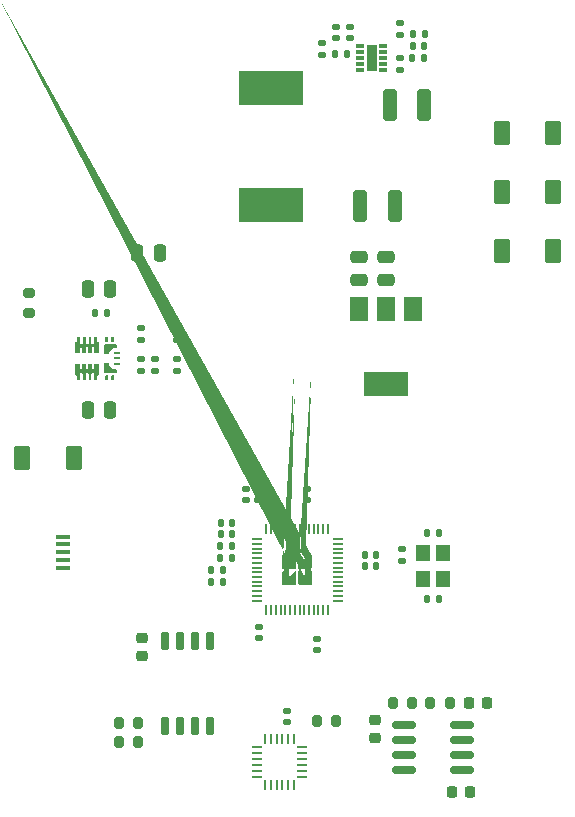
<source format=gtp>
%TF.GenerationSoftware,KiCad,Pcbnew,7.0.9*%
%TF.CreationDate,2025-04-01T16:19:29-06:00*%
%TF.ProjectId,Power_Supply_Brain,506f7765-725f-4537-9570-706c795f4272,rev?*%
%TF.SameCoordinates,Original*%
%TF.FileFunction,Paste,Top*%
%TF.FilePolarity,Positive*%
%FSLAX46Y46*%
G04 Gerber Fmt 4.6, Leading zero omitted, Abs format (unit mm)*
G04 Created by KiCad (PCBNEW 7.0.9) date 2025-04-01 16:19:29*
%MOMM*%
%LPD*%
G01*
G04 APERTURE LIST*
G04 Aperture macros list*
%AMRoundRect*
0 Rectangle with rounded corners*
0 $1 Rounding radius*
0 $2 $3 $4 $5 $6 $7 $8 $9 X,Y pos of 4 corners*
0 Add a 4 corners polygon primitive as box body*
4,1,4,$2,$3,$4,$5,$6,$7,$8,$9,$2,$3,0*
0 Add four circle primitives for the rounded corners*
1,1,$1+$1,$2,$3*
1,1,$1+$1,$4,$5*
1,1,$1+$1,$6,$7*
1,1,$1+$1,$8,$9*
0 Add four rect primitives between the rounded corners*
20,1,$1+$1,$2,$3,$4,$5,0*
20,1,$1+$1,$4,$5,$6,$7,0*
20,1,$1+$1,$6,$7,$8,$9,0*
20,1,$1+$1,$8,$9,$2,$3,0*%
%AMFreePoly0*
4,1,51,0.532219,0.614745,0.539696,0.609939,0.548497,0.608674,0.568109,0.591679,0.589937,0.577652,0.593629,0.569566,0.600348,0.563745,0.607658,0.538848,0.618438,0.515244,0.617172,0.506443,0.619677,0.497915,0.619677,-0.497915,0.614745,-0.532219,0.609939,-0.539696,0.608674,-0.548497,0.591679,-0.568109,0.577652,-0.589937,0.569566,-0.593629,0.563745,-0.600348,0.538848,-0.607658,
0.515244,-0.618438,0.506443,-0.617172,0.497915,-0.619677,-0.497915,-0.619677,-0.532219,-0.614745,-0.539696,-0.609939,-0.548497,-0.608674,-0.568109,-0.591679,-0.589937,-0.577652,-0.593629,-0.569566,-0.600348,-0.563745,-0.607658,-0.538848,-0.618438,-0.515244,-0.617172,-0.506443,-0.619677,-0.497915,-0.619677,0.397045,-0.616582,0.418565,-0.616895,0.422927,-0.615620,0.425261,-0.614745,0.431349,
-0.598456,0.456693,-0.584014,0.483144,-0.483144,0.584014,-0.465738,0.597042,-0.462875,0.600348,-0.460322,0.601097,-0.455399,0.604783,-0.425958,0.611187,-0.397045,0.619677,0.497915,0.619677,0.532219,0.614745,0.532219,0.614745,$1*%
%AMFreePoly1*
4,1,51,0.532219,0.614745,0.539696,0.609939,0.548497,0.608674,0.568109,0.591679,0.589937,0.577652,0.593629,0.569566,0.600348,0.563745,0.607658,0.538848,0.618438,0.515244,0.617172,0.506443,0.619677,0.497915,0.619677,-0.497915,0.614745,-0.532219,0.609939,-0.539696,0.608674,-0.548497,0.591679,-0.568109,0.577652,-0.589937,0.569566,-0.593629,0.563745,-0.600348,0.538848,-0.607658,
0.515244,-0.618438,0.506443,-0.617172,0.497915,-0.619677,-0.397045,-0.619677,-0.418564,-0.616583,-0.422927,-0.616895,-0.425261,-0.615620,-0.431349,-0.614745,-0.456693,-0.598456,-0.483144,-0.584014,-0.584014,-0.483144,-0.597044,-0.465737,-0.600348,-0.462875,-0.601097,-0.460323,-0.604783,-0.455400,-0.611187,-0.425956,-0.619677,-0.397045,-0.619677,0.497915,-0.614745,0.532219,-0.609939,0.539696,
-0.608674,0.548497,-0.591679,0.568109,-0.577652,0.589937,-0.569566,0.593629,-0.563745,0.600348,-0.538848,0.607658,-0.515244,0.618438,-0.506443,0.617172,-0.497915,0.619677,0.497915,0.619677,0.532219,0.614745,0.532219,0.614745,$1*%
%AMFreePoly2*
4,1,51,0.418565,0.616582,0.422927,0.616895,0.425261,0.615620,0.431349,0.614745,0.456693,0.598456,0.483144,0.584014,0.584014,0.483144,0.597042,0.465738,0.600348,0.462875,0.601097,0.460322,0.604783,0.455399,0.611187,0.425958,0.619677,0.397045,0.619677,-0.497915,0.614745,-0.532219,0.609939,-0.539696,0.608674,-0.548497,0.591679,-0.568109,0.577652,-0.589937,0.569566,-0.593629,
0.563745,-0.600348,0.538848,-0.607658,0.515244,-0.618438,0.506443,-0.617172,0.497915,-0.619677,-0.497915,-0.619677,-0.532219,-0.614745,-0.539696,-0.609939,-0.548497,-0.608674,-0.568109,-0.591679,-0.589937,-0.577652,-0.593629,-0.569566,-0.600348,-0.563745,-0.607658,-0.538848,-0.618438,-0.515244,-0.617172,-0.506443,-0.619677,-0.497915,-0.619677,0.497915,-0.614745,0.532219,-0.609939,0.539696,
-0.608674,0.548497,-0.591679,0.568109,-0.577652,0.589937,-0.569566,0.593629,-0.563745,0.600348,-0.538848,0.607658,-0.515244,0.618438,-0.506443,0.617172,-0.497915,0.619677,0.397045,0.619677,0.418565,0.616582,0.418565,0.616582,$1*%
%AMFreePoly3*
4,1,51,0.532219,0.614745,0.539696,0.609939,0.548497,0.608674,0.568109,0.591679,0.589937,0.577652,0.593629,0.569566,0.600348,0.563745,0.607658,0.538848,0.618438,0.515244,0.617172,0.506443,0.619677,0.497915,0.619677,-0.397045,0.616583,-0.418564,0.616895,-0.422927,0.615620,-0.425261,0.614745,-0.431349,0.598456,-0.456693,0.584014,-0.483144,0.483144,-0.584014,0.465737,-0.597044,
0.462875,-0.600348,0.460323,-0.601097,0.455400,-0.604783,0.425956,-0.611187,0.397045,-0.619677,-0.497915,-0.619677,-0.532219,-0.614745,-0.539696,-0.609939,-0.548497,-0.608674,-0.568109,-0.591679,-0.589937,-0.577652,-0.593629,-0.569566,-0.600348,-0.563745,-0.607658,-0.538848,-0.618438,-0.515244,-0.617172,-0.506443,-0.619677,-0.497915,-0.619677,0.497915,-0.614745,0.532219,-0.609939,0.539696,
-0.608674,0.548497,-0.591679,0.568109,-0.577652,0.589937,-0.569566,0.593629,-0.563745,0.600348,-0.538848,0.607658,-0.515244,0.618438,-0.506443,0.617172,-0.497915,0.619677,0.497915,0.619677,0.532219,0.614745,0.532219,0.614745,$1*%
G04 Aperture macros list end*
%ADD10RoundRect,0.140000X0.170000X-0.140000X0.170000X0.140000X-0.170000X0.140000X-0.170000X-0.140000X0*%
%ADD11RoundRect,0.140000X0.140000X0.170000X-0.140000X0.170000X-0.140000X-0.170000X0.140000X-0.170000X0*%
%ADD12RoundRect,0.250000X-0.250000X-0.475000X0.250000X-0.475000X0.250000X0.475000X-0.250000X0.475000X0*%
%ADD13FreePoly0,90.000000*%
%ADD14FreePoly1,90.000000*%
%ADD15FreePoly2,90.000000*%
%ADD16FreePoly3,90.000000*%
%ADD17RoundRect,0.050000X0.050000X-0.387500X0.050000X0.387500X-0.050000X0.387500X-0.050000X-0.387500X0*%
%ADD18RoundRect,0.050000X0.387500X-0.050000X0.387500X0.050000X-0.387500X0.050000X-0.387500X-0.050000X0*%
%ADD19RoundRect,0.250000X0.250000X0.475000X-0.250000X0.475000X-0.250000X-0.475000X0.250000X-0.475000X0*%
%ADD20RoundRect,0.135000X0.185000X-0.135000X0.185000X0.135000X-0.185000X0.135000X-0.185000X-0.135000X0*%
%ADD21RoundRect,0.225000X-0.250000X0.225000X-0.250000X-0.225000X0.250000X-0.225000X0.250000X0.225000X0*%
%ADD22RoundRect,0.150000X0.150000X-0.650000X0.150000X0.650000X-0.150000X0.650000X-0.150000X-0.650000X0*%
%ADD23RoundRect,0.225000X0.250000X-0.225000X0.250000X0.225000X-0.250000X0.225000X-0.250000X-0.225000X0*%
%ADD24RoundRect,0.135000X-0.135000X-0.185000X0.135000X-0.185000X0.135000X0.185000X-0.135000X0.185000X0*%
%ADD25RoundRect,0.200000X0.200000X0.275000X-0.200000X0.275000X-0.200000X-0.275000X0.200000X-0.275000X0*%
%ADD26RoundRect,0.250000X0.475000X-0.250000X0.475000X0.250000X-0.475000X0.250000X-0.475000X-0.250000X0*%
%ADD27R,1.500000X2.000000*%
%ADD28R,3.800000X2.000000*%
%ADD29RoundRect,0.250000X-0.450000X-0.800000X0.450000X-0.800000X0.450000X0.800000X-0.450000X0.800000X0*%
%ADD30RoundRect,0.135000X0.135000X0.185000X-0.135000X0.185000X-0.135000X-0.185000X0.135000X-0.185000X0*%
%ADD31RoundRect,0.200000X-0.200000X-0.275000X0.200000X-0.275000X0.200000X0.275000X-0.200000X0.275000X0*%
%ADD32R,1.300000X0.450000*%
%ADD33RoundRect,0.140000X-0.140000X-0.170000X0.140000X-0.170000X0.140000X0.170000X-0.140000X0.170000X0*%
%ADD34R,1.200000X1.400000*%
%ADD35RoundRect,0.135000X-0.185000X0.135000X-0.185000X-0.135000X0.185000X-0.135000X0.185000X0.135000X0*%
%ADD36R,5.400000X2.900000*%
%ADD37RoundRect,0.250000X-0.325000X-1.100000X0.325000X-1.100000X0.325000X1.100000X-0.325000X1.100000X0*%
%ADD38RoundRect,0.200000X0.275000X-0.200000X0.275000X0.200000X-0.275000X0.200000X-0.275000X-0.200000X0*%
%ADD39RoundRect,0.250000X0.325000X1.100000X-0.325000X1.100000X-0.325000X-1.100000X0.325000X-1.100000X0*%
%ADD40RoundRect,0.140000X-0.170000X0.140000X-0.170000X-0.140000X0.170000X-0.140000X0.170000X0.140000X0*%
%ADD41RoundRect,0.225000X0.225000X0.250000X-0.225000X0.250000X-0.225000X-0.250000X0.225000X-0.250000X0*%
%ADD42RoundRect,0.150000X-0.825000X-0.150000X0.825000X-0.150000X0.825000X0.150000X-0.825000X0.150000X0*%
%ADD43RoundRect,0.062500X-0.375000X-0.062500X0.375000X-0.062500X0.375000X0.062500X-0.375000X0.062500X0*%
%ADD44RoundRect,0.062500X-0.062500X-0.375000X0.062500X-0.375000X0.062500X0.375000X-0.062500X0.375000X0*%
%ADD45R,0.599999X0.220000*%
%ADD46RoundRect,0.225000X-0.225000X-0.250000X0.225000X-0.250000X0.225000X0.250000X-0.225000X0.250000X0*%
%ADD47RoundRect,0.045000X0.305000X0.105000X-0.305000X0.105000X-0.305000X-0.105000X0.305000X-0.105000X0*%
%ADD48RoundRect,0.008000X0.392000X1.032000X-0.392000X1.032000X-0.392000X-1.032000X0.392000X-1.032000X0*%
G04 APERTURE END LIST*
%TO.C,U3*%
G36*
X130000001Y-91300001D02*
G01*
X130000001Y-91650000D01*
X129950001Y-91700000D01*
X129800001Y-91700000D01*
X129750001Y-91650000D01*
X129750001Y-91300001D01*
X129800001Y-91250001D01*
X129950001Y-91250001D01*
X130000001Y-91300001D01*
G37*
G36*
X129499999Y-91300001D02*
G01*
X129499999Y-91650000D01*
X129449999Y-91700000D01*
X129299999Y-91700000D01*
X129250000Y-91650000D01*
X129250000Y-91300001D01*
X129299999Y-91250001D01*
X129449999Y-91250001D01*
X129499999Y-91300001D01*
G37*
G36*
X130000001Y-94550000D02*
G01*
X130000001Y-94899999D01*
X129950001Y-94949999D01*
X129800001Y-94949999D01*
X129750001Y-94899999D01*
X129750001Y-94550000D01*
X129800001Y-94500000D01*
X129950001Y-94500000D01*
X130000001Y-94550000D01*
G37*
G36*
X129499999Y-94550000D02*
G01*
X129499999Y-94899999D01*
X129449999Y-94949999D01*
X129299999Y-94949999D01*
X129250000Y-94899999D01*
X129250000Y-94550000D01*
X129299999Y-94500000D01*
X129449999Y-94500000D01*
X129499999Y-94550000D01*
G37*
G36*
X130214999Y-91950000D02*
G01*
X130214999Y-92149999D01*
X130164999Y-92200002D01*
X129970999Y-92199999D01*
X129934999Y-92215001D01*
X129575000Y-92575000D01*
X129559999Y-92611002D01*
X129559999Y-92700001D01*
X129509999Y-92750001D01*
X129210000Y-92750001D01*
X129160000Y-92700001D01*
X129160000Y-91950000D01*
X129210000Y-91900000D01*
X130164999Y-91900000D01*
X130214999Y-91950000D01*
G37*
G36*
X129559999Y-93499999D02*
G01*
X129559999Y-93588998D01*
X129575000Y-93625000D01*
X129934999Y-93984999D01*
X129970999Y-94000001D01*
X130164999Y-93999998D01*
X130214999Y-94050001D01*
X130214999Y-94250000D01*
X130165001Y-94300000D01*
X129210000Y-94300000D01*
X129160000Y-94250000D01*
X129160000Y-93499999D01*
X129210000Y-93449999D01*
X129509999Y-93449999D01*
X129559999Y-93499999D01*
G37*
G36*
X128584989Y-91300001D02*
G01*
X128585000Y-91650000D01*
X128634999Y-91700000D01*
X128700001Y-91700000D01*
X128749998Y-91750000D01*
X128750001Y-92589998D01*
X128700001Y-92640001D01*
X128360001Y-92640001D01*
X128310004Y-92590001D01*
X128309999Y-92219999D01*
X128260002Y-92169999D01*
X128159999Y-92169999D01*
X128109999Y-92219999D01*
X128109999Y-92590001D01*
X128059999Y-92640001D01*
X127860002Y-92639998D01*
X127810000Y-92590001D01*
X127810000Y-92219999D01*
X127760000Y-92169999D01*
X127660003Y-92169999D01*
X127610000Y-92219999D01*
X127610000Y-92589998D01*
X127560000Y-92640001D01*
X127360001Y-92640001D01*
X127310001Y-92590001D01*
X127309998Y-92219999D01*
X127260001Y-92169999D01*
X127160001Y-92169999D01*
X127110001Y-92219999D01*
X127110001Y-92590001D01*
X127059999Y-92640001D01*
X126720000Y-92640003D01*
X126670000Y-92590001D01*
X126670000Y-91750000D01*
X126720000Y-91700000D01*
X126785001Y-91700000D01*
X126835001Y-91650000D01*
X126835001Y-91300001D01*
X126885000Y-91250001D01*
X127035000Y-91250001D01*
X127085000Y-91300001D01*
X127085000Y-91800000D01*
X127135000Y-91850000D01*
X127285000Y-91850000D01*
X127335002Y-91800000D01*
X127335000Y-91300001D01*
X127384999Y-91250001D01*
X127534999Y-91250001D01*
X127585002Y-91300001D01*
X127585002Y-91800000D01*
X127634999Y-91850000D01*
X127785001Y-91850000D01*
X127835001Y-91800000D01*
X127835001Y-91300001D01*
X127885001Y-91250001D01*
X128035001Y-91250001D01*
X128085001Y-91300001D01*
X128085001Y-91800000D01*
X128135003Y-91850000D01*
X128285000Y-91850000D01*
X128335008Y-91800000D01*
X128335000Y-91300001D01*
X128384990Y-91250004D01*
X128535000Y-91249999D01*
X128584989Y-91300001D01*
G37*
G36*
X127059999Y-93559999D02*
G01*
X127109999Y-93609999D01*
X127110001Y-93980001D01*
X127160001Y-94030001D01*
X127260001Y-94030001D01*
X127309998Y-93980001D01*
X127310001Y-93609999D01*
X127360001Y-93559999D01*
X127560000Y-93559999D01*
X127610000Y-93609999D01*
X127610000Y-93980001D01*
X127660003Y-94030001D01*
X127760000Y-94030001D01*
X127810000Y-93980001D01*
X127810000Y-93609999D01*
X127860002Y-93560002D01*
X128059999Y-93559999D01*
X128109999Y-93609999D01*
X128109999Y-93980001D01*
X128159999Y-94030001D01*
X128260002Y-94030001D01*
X128309999Y-93980001D01*
X128310004Y-93609999D01*
X128360001Y-93559999D01*
X128700001Y-93559999D01*
X128750001Y-93610002D01*
X128749998Y-94450000D01*
X128700001Y-94500000D01*
X128634997Y-94500000D01*
X128585000Y-94550000D01*
X128584989Y-94899999D01*
X128535000Y-94950001D01*
X128384990Y-94949996D01*
X128335000Y-94899999D01*
X128335008Y-94400000D01*
X128285000Y-94350000D01*
X128135003Y-94350000D01*
X128085001Y-94400000D01*
X128085001Y-94899999D01*
X128035001Y-94949999D01*
X127885001Y-94949999D01*
X127835001Y-94899999D01*
X127835001Y-94400000D01*
X127784999Y-94350000D01*
X127634999Y-94350000D01*
X127585002Y-94400000D01*
X127585002Y-94899999D01*
X127534999Y-94949999D01*
X127384999Y-94949999D01*
X127335000Y-94899999D01*
X127335002Y-94400000D01*
X127285000Y-94350000D01*
X127135000Y-94350000D01*
X127085000Y-94400000D01*
X127085000Y-94899999D01*
X127035000Y-94949999D01*
X126885000Y-94949999D01*
X126835001Y-94899999D01*
X126835001Y-94550000D01*
X126785001Y-94500000D01*
X126720000Y-94500000D01*
X126670000Y-94450000D01*
X126670000Y-93609999D01*
X126720000Y-93559997D01*
X127059999Y-93559999D01*
G37*
%TD*%
D10*
%TO.C,C25*%
X144600000Y-123880000D03*
X144600000Y-122920000D03*
%TD*%
D11*
%TO.C,C14*%
X156260000Y-66650000D03*
X155300000Y-66650000D03*
%TD*%
D12*
%TO.C,C33*%
X127750000Y-97450000D03*
X129650000Y-97450000D03*
%TD*%
D11*
%TO.C,C18*%
X129380000Y-89250000D03*
X128420000Y-89250000D03*
%TD*%
D13*
%TO.C,U2*%
X144825000Y-111675000D03*
D14*
X146175000Y-111675000D03*
D15*
X144825000Y-110325000D03*
D16*
X146175000Y-110325000D03*
D17*
X142900000Y-114437500D03*
X143300000Y-114437500D03*
X143700000Y-114437500D03*
X144100000Y-114437500D03*
X144500000Y-114437500D03*
X144900000Y-114437500D03*
X145300000Y-114437500D03*
X145700000Y-114437500D03*
X146100000Y-114437500D03*
X146500000Y-114437500D03*
X146900000Y-114437500D03*
X147300000Y-114437500D03*
X147700000Y-114437500D03*
X148100000Y-114437500D03*
D18*
X148937500Y-113600000D03*
X148937500Y-113200000D03*
X148937500Y-112800000D03*
X148937500Y-112400000D03*
X148937500Y-112000000D03*
X148937500Y-111600000D03*
X148937500Y-111200000D03*
X148937500Y-110800000D03*
X148937500Y-110400000D03*
X148937500Y-110000000D03*
X148937500Y-109600000D03*
X148937500Y-109200000D03*
X148937500Y-108800000D03*
X148937500Y-108400000D03*
D17*
X148100000Y-107562500D03*
X147700000Y-107562500D03*
X147300000Y-107562500D03*
X146900000Y-107562500D03*
X146500000Y-107562500D03*
X146100000Y-107562500D03*
X145700000Y-107562500D03*
X145300000Y-107562500D03*
X144900000Y-107562500D03*
X144500000Y-107562500D03*
X144100000Y-107562500D03*
X143700000Y-107562500D03*
X143300000Y-107562500D03*
X142900000Y-107562500D03*
D18*
X142062500Y-108400000D03*
X142062500Y-108800000D03*
X142062500Y-109200000D03*
X142062500Y-109600000D03*
X142062500Y-110000000D03*
X142062500Y-110400000D03*
X142062500Y-110800000D03*
X142062500Y-111200000D03*
X142062500Y-111600000D03*
X142062500Y-112000000D03*
X142062500Y-112400000D03*
X142062500Y-112800000D03*
X142062500Y-113200000D03*
X142062500Y-113600000D03*
%TD*%
D19*
%TO.C,C15*%
X133850000Y-84200000D03*
X131950000Y-84200000D03*
%TD*%
D11*
%TO.C,C7*%
X139180000Y-111000000D03*
X138220000Y-111000000D03*
%TD*%
D10*
%TO.C,C3*%
X146325000Y-105105000D03*
X146325000Y-104145000D03*
%TD*%
D20*
%TO.C,R27*%
X154400000Y-110210000D03*
X154400000Y-109190000D03*
%TD*%
D21*
%TO.C,C19*%
X132400000Y-116725000D03*
X132400000Y-118275000D03*
%TD*%
D22*
%TO.C,U4*%
X134295000Y-124200000D03*
X135565000Y-124200000D03*
X136835000Y-124200000D03*
X138105000Y-124200000D03*
X138105000Y-117000000D03*
X136835000Y-117000000D03*
X135565000Y-117000000D03*
X134295000Y-117000000D03*
%TD*%
D20*
%TO.C,R35*%
X132300000Y-91560000D03*
X132300000Y-90540000D03*
%TD*%
D10*
%TO.C,C32*%
X133500000Y-94130000D03*
X133500000Y-93170000D03*
%TD*%
%TO.C,C1*%
X141200000Y-105080000D03*
X141200000Y-104120000D03*
%TD*%
D23*
%TO.C,C27*%
X152095000Y-125275000D03*
X152095000Y-123725000D03*
%TD*%
D24*
%TO.C,R15*%
X155190000Y-67700000D03*
X156210000Y-67700000D03*
%TD*%
D25*
%TO.C,R31*%
X148825000Y-123800000D03*
X147175000Y-123800000D03*
%TD*%
D20*
%TO.C,R14*%
X154200000Y-68710000D03*
X154200000Y-67690000D03*
%TD*%
D26*
%TO.C,C23*%
X153000000Y-86450000D03*
X153000000Y-84550000D03*
%TD*%
D27*
%TO.C,U5*%
X155300000Y-88950000D03*
X153000000Y-88950000D03*
D28*
X153000000Y-95250000D03*
D27*
X150700000Y-88950000D03*
%TD*%
D11*
%TO.C,C20*%
X157480000Y-113500000D03*
X156520000Y-113500000D03*
%TD*%
D29*
%TO.C,D3*%
X162800000Y-84000000D03*
X167200000Y-84000000D03*
%TD*%
D11*
%TO.C,C10*%
X139180000Y-112000000D03*
X138220000Y-112000000D03*
%TD*%
D30*
%TO.C,R13*%
X156310000Y-65600000D03*
X155290000Y-65600000D03*
%TD*%
D10*
%TO.C,C2*%
X142200000Y-105080000D03*
X142200000Y-104120000D03*
%TD*%
D31*
%TO.C,R24*%
X130375000Y-125600000D03*
X132025000Y-125600000D03*
%TD*%
D20*
%TO.C,R34*%
X132300000Y-94160000D03*
X132300000Y-93140000D03*
%TD*%
D32*
%TO.C,J3*%
X125700000Y-108200000D03*
X125700000Y-108850000D03*
X125700000Y-109500000D03*
X125700000Y-110150000D03*
X125700000Y-110800000D03*
%TD*%
D33*
%TO.C,C4*%
X151220000Y-110700000D03*
X152180000Y-110700000D03*
%TD*%
D30*
%TO.C,R21*%
X149710000Y-67300000D03*
X148690000Y-67300000D03*
%TD*%
D25*
%TO.C,R20*%
X155225000Y-122300000D03*
X153575000Y-122300000D03*
%TD*%
D34*
%TO.C,Y1*%
X157850000Y-111800000D03*
X157850000Y-109600000D03*
X156150000Y-109600000D03*
X156150000Y-111800000D03*
%TD*%
D35*
%TO.C,R32*%
X135300000Y-90540000D03*
X135300000Y-91560000D03*
%TD*%
%TO.C,R33*%
X135300000Y-93140000D03*
X135300000Y-94160000D03*
%TD*%
D33*
%TO.C,C21*%
X156520000Y-107900000D03*
X157480000Y-107900000D03*
%TD*%
D26*
%TO.C,C22*%
X150700000Y-86450000D03*
X150700000Y-84550000D03*
%TD*%
D24*
%TO.C,R5*%
X138990000Y-109000000D03*
X140010000Y-109000000D03*
%TD*%
D36*
%TO.C,L1*%
X143300000Y-70200000D03*
X143300000Y-80100000D03*
%TD*%
D10*
%TO.C,C30*%
X148800000Y-65980000D03*
X148800000Y-65020000D03*
%TD*%
D29*
%TO.C,D4*%
X122200000Y-101505000D03*
X126600000Y-101505000D03*
%TD*%
D37*
%TO.C,C13*%
X153325000Y-71650000D03*
X156275000Y-71650000D03*
%TD*%
D20*
%TO.C,R16*%
X154200000Y-65710000D03*
X154200000Y-64690000D03*
%TD*%
D38*
%TO.C,R18*%
X122800000Y-89225000D03*
X122800000Y-87575000D03*
%TD*%
D39*
%TO.C,C12*%
X153775000Y-80150000D03*
X150825000Y-80150000D03*
%TD*%
D25*
%TO.C,R19*%
X158425000Y-122300000D03*
X156775000Y-122300000D03*
%TD*%
D40*
%TO.C,C5*%
X147200000Y-116820000D03*
X147200000Y-117780000D03*
%TD*%
D25*
%TO.C,R25*%
X132025000Y-124000000D03*
X130375000Y-124000000D03*
%TD*%
D41*
%TO.C,C28*%
X160175000Y-129800000D03*
X158625000Y-129800000D03*
%TD*%
D40*
%TO.C,C16*%
X150000000Y-65020000D03*
X150000000Y-65980000D03*
%TD*%
D11*
%TO.C,C9*%
X139980000Y-108000000D03*
X139020000Y-108000000D03*
%TD*%
D24*
%TO.C,R4*%
X138990000Y-110000000D03*
X140010000Y-110000000D03*
%TD*%
D42*
%TO.C,U7*%
X154525000Y-124095000D03*
X154525000Y-125365000D03*
X154525000Y-126635000D03*
X154525000Y-127905000D03*
X159475000Y-127905000D03*
X159475000Y-126635000D03*
X159475000Y-125365000D03*
X159475000Y-124095000D03*
%TD*%
D10*
%TO.C,C31*%
X147600000Y-67380000D03*
X147600000Y-66420000D03*
%TD*%
D43*
%TO.C,U6*%
X142062500Y-126000000D03*
X142062500Y-126500000D03*
X142062500Y-127000000D03*
X142062500Y-127500000D03*
X142062500Y-128000000D03*
X142062500Y-128500000D03*
D44*
X142750000Y-129187500D03*
X143250000Y-129187500D03*
X143750000Y-129187500D03*
X144250000Y-129187500D03*
X144750000Y-129187500D03*
X145250000Y-129187500D03*
D43*
X145937500Y-128500000D03*
X145937500Y-128000000D03*
X145937500Y-127500000D03*
X145937500Y-127000000D03*
X145937500Y-126500000D03*
X145937500Y-126000000D03*
D44*
X145250000Y-125312500D03*
X144750000Y-125312500D03*
X144250000Y-125312500D03*
X143750000Y-125312500D03*
X143250000Y-125312500D03*
X142750000Y-125312500D03*
%TD*%
D29*
%TO.C,D1*%
X162800000Y-74000000D03*
X167200000Y-74000000D03*
%TD*%
D11*
%TO.C,C8*%
X139980000Y-107000000D03*
X139020000Y-107000000D03*
%TD*%
D45*
%TO.C,U3*%
X130274999Y-93599999D03*
X130274999Y-93100000D03*
X130274999Y-92600001D03*
%TD*%
D19*
%TO.C,C17*%
X129650000Y-87250000D03*
X127750000Y-87250000D03*
%TD*%
D46*
%TO.C,C29*%
X160025000Y-122300000D03*
X161575000Y-122300000D03*
%TD*%
D47*
%TO.C,U1*%
X152800000Y-68650000D03*
X152800000Y-68150000D03*
X152800000Y-67650000D03*
X152800000Y-67150000D03*
X152800000Y-66650000D03*
X150820000Y-66650000D03*
X150820000Y-67150000D03*
X150820000Y-67650000D03*
D48*
X151810000Y-67650000D03*
D47*
X150820000Y-68150000D03*
X150820000Y-68650000D03*
%TD*%
D29*
%TO.C,D2*%
X162800000Y-79000000D03*
X167200000Y-79000000D03*
%TD*%
D33*
%TO.C,C11*%
X151220000Y-109700000D03*
X152180000Y-109700000D03*
%TD*%
D40*
%TO.C,C6*%
X142300000Y-115845000D03*
X142300000Y-116805000D03*
%TD*%
M02*

</source>
